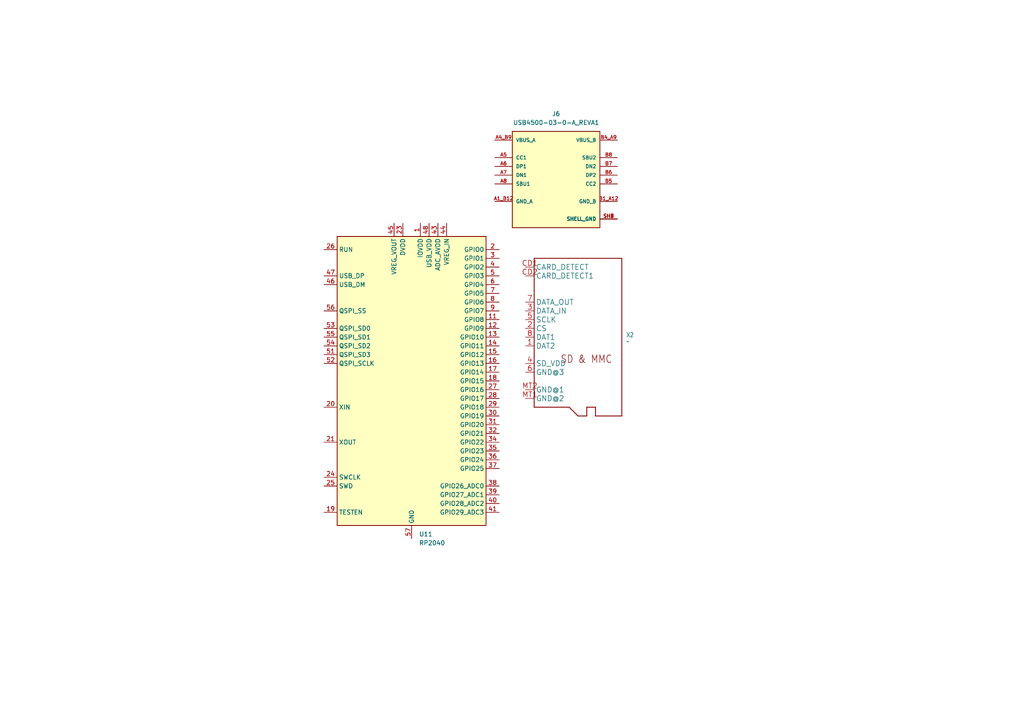
<source format=kicad_sch>
(kicad_sch (version 20250114) (generator "eeschema") (generator_version "9.0")
  (paper "A4")
  (lib_symbols
    (symbol "Adafruit_microSD:MICROSD"
      (property "Reference" "X" (at -12.7 22.606 0))
      (symbol "MICROSD_1_0"
        (polyline (pts (xy -12.7 20.32) (xy -12.7 -22.86)) (stroke (width 0.254)))
        (polyline (pts (xy -12.7 -22.86) (xy -2.54 -22.86)) (stroke (width 0.254)))
        (polyline (pts (xy -2.54 -22.86) (xy 0 -25.4)) (stroke (width 0.254)))
        (polyline (pts (xy 0 -25.4) (xy 2.54 -25.4)) (stroke (width 0.254)))
        (polyline (pts (xy 2.54 -22.86) (xy 5.08 -22.86)) (stroke (width 0.254)))
        (polyline (pts (xy 2.54 -25.4) (xy 2.54 -22.86)) (stroke (width 0.254)))
        (polyline (pts (xy 5.08 -22.86) (xy 5.08 -25.4)) (stroke (width 0.254)))
        (polyline (pts (xy 5.08 -25.4) (xy 12.7 -25.4)) (stroke (width 0.254)))
        (polyline (pts (xy 12.7 20.32) (xy -12.7 20.32)) (stroke (width 0.254)))
        (polyline (pts (xy 12.7 -25.4) (xy 12.7 20.32)) (stroke (width 0.254)))
        (text "SD & MMC" (at -5.08 -10.16 0) (effects (font (size 2.1844 1.8567)) (justify left bottom)))
        (pin passive line (at -15.24 17.78 0) (length 2.54) (name "CARD_DETECT") (number "CD1"))
        (pin passive line (at -15.24 15.24 0) (length 2.54) (name "CARD_DETECT1") (number "CD2"))
        (pin output line (at -15.24 7.62 0) (length 2.54) (name "DATA_OUT") (number "7"))
        (pin input line (at -15.24 5.08 0) (length 2.54) (name "DATA_IN") (number "3"))
        (pin input line (at -15.24 2.54 0) (length 2.54) (name "SCLK") (number "5"))
        (pin input line (at -15.24 0 0) (length 2.54) (name "CS") (number "2"))
        (pin bidirectional line (at -15.24 -2.54 0) (length 2.54) (name "DAT1") (number "8"))
        (pin bidirectional line (at -15.24 -5.08 0) (length 2.54) (name "DAT2") (number "1"))
        (pin power_in line (at -15.24 -10.16 0) (length 2.54) (name "SD_VDD") (number "4"))
        (pin power_in line (at -15.24 -12.7 0) (length 2.54) (name "GND@3") (number "6"))
        (pin power_in line (at -15.24 -17.78 0) (length 2.54) (name "GND@1") (number "MT2"))
        (pin power_in line (at -15.24 -20.32 0) (length 2.54) (name "GND@2") (number "MT1"))
      )
    )
    (symbol "MCU_RaspberryPi:RP2040"
      (property "Reference" "U3" (at 2.1433 -44.45 0))
      (property "Value" "RP2040" (at 2.1433 -46.99 0))
      (symbol "RP2040_0_1"
        (rectangle (start -21.59 41.91) (end 21.59 -41.91) (stroke (width 0.254)) (fill (type background)))
      )
      (symbol "RP2040_1_1"
        (pin input line (at -25.4 38.1 0) (length 3.81) (name "RUN") (number "26"))
        (pin bidirectional line (at -25.4 30.48 0) (length 3.81) (name "USB_DP") (number "47"))
        (pin bidirectional line (at -25.4 27.94 0) (length 3.81) (name "USB_DM") (number "46"))
        (pin bidirectional line (at -25.4 20.32 0) (length 3.81) (name "QSPI_SS") (number "56"))
        (pin bidirectional line (at -25.4 15.24 0) (length 3.81) (name "QSPI_SD0") (number "53"))
        (pin bidirectional line (at -25.4 12.7 0) (length 3.81) (name "QSPI_SD1") (number "55"))
        (pin bidirectional line (at -25.4 10.16 0) (length 3.81) (name "QSPI_SD2") (number "54"))
        (pin bidirectional line (at -25.4 7.62 0) (length 3.81) (name "QSPI_SD3") (number "51"))
        (pin output line (at -25.4 5.08 0) (length 3.81) (name "QSPI_SCLK") (number "52"))
        (pin input line (at -25.4 -7.62 0) (length 3.81) (name "XIN") (number "20"))
        (pin passive line (at -25.4 -17.78 0) (length 3.81) (name "XOUT") (number "21"))
        (pin input line (at -25.4 -27.94 0) (length 3.81) (name "SWCLK") (number "24"))
        (pin bidirectional line (at -25.4 -30.48 0) (length 3.81) (name "SWD") (number "25"))
        (pin input line (at -25.4 -38.1 0) (length 3.81) (name "TESTEN") (number "19"))
        (pin power_out line (at -5.08 45.72 270) (length 3.81) (name "VREG_VOUT") (number "45"))
        (pin power_in line (at -2.54 45.72 270) (length 3.81) (name "DVDD") (number "23"))
        (pin passive line (at -2.54 45.72 270) (length 3.81) (hide yes) (name "DVDD") (number "50"))
        (pin power_in line (at 0 -45.72 90) (length 3.81) (name "GND") (number "57"))
        (pin power_in line (at 2.54 45.72 270) (length 3.81) (name "IOVDD") (number "1"))
        (pin passive line (at 2.54 45.72 270) (length 3.81) (hide yes) (name "IOVDD") (number "10"))
        (pin passive line (at 2.54 45.72 270) (length 3.81) (hide yes) (name "IOVDD") (number "22"))
        (pin passive line (at 2.54 45.72 270) (length 3.81) (hide yes) (name "IOVDD") (number "33"))
        (pin passive line (at 2.54 45.72 270) (length 3.81) (hide yes) (name "IOVDD") (number "42"))
        (pin passive line (at 2.54 45.72 270) (length 3.81) (hide yes) (name "IOVDD") (number "49"))
        (pin power_in line (at 5.08 45.72 270) (length 3.81) (name "USB_VDD") (number "48"))
        (pin power_in line (at 7.62 45.72 270) (length 3.81) (name "ADC_AVDD") (number "43"))
        (pin power_in line (at 10.16 45.72 270) (length 3.81) (name "VREG_IN") (number "44"))
        (pin bidirectional line (at 25.4 38.1 180) (length 3.81) (name "GPIO0") (number "2"))
        (pin bidirectional line (at 25.4 35.56 180) (length 3.81) (name "GPIO1") (number "3"))
        (pin bidirectional line (at 25.4 33.02 180) (length 3.81) (name "GPIO2") (number "4"))
        (pin bidirectional line (at 25.4 30.48 180) (length 3.81) (name "GPIO3") (number "5"))
        (pin bidirectional line (at 25.4 27.94 180) (length 3.81) (name "GPIO4") (number "6"))
        (pin bidirectional line (at 25.4 25.4 180) (length 3.81) (name "GPIO5") (number "7"))
        (pin bidirectional line (at 25.4 22.86 180) (length 3.81) (name "GPIO6") (number "8"))
        (pin bidirectional line (at 25.4 20.32 180) (length 3.81) (name "GPIO7") (number "9"))
        (pin bidirectional line (at 25.4 17.78 180) (length 3.81) (name "GPIO8") (number "11"))
        (pin bidirectional line (at 25.4 15.24 180) (length 3.81) (name "GPIO9") (number "12"))
        (pin bidirectional line (at 25.4 12.7 180) (length 3.81) (name "GPIO10") (number "13"))
        (pin bidirectional line (at 25.4 10.16 180) (length 3.81) (name "GPIO11") (number "14"))
        (pin bidirectional line (at 25.4 7.62 180) (length 3.81) (name "GPIO12") (number "15"))
        (pin bidirectional line (at 25.4 5.08 180) (length 3.81) (name "GPIO13") (number "16"))
        (pin bidirectional line (at 25.4 2.54 180) (length 3.81) (name "GPIO14") (number "17"))
        (pin bidirectional line (at 25.4 0 180) (length 3.81) (name "GPIO15") (number "18"))
        (pin bidirectional line (at 25.4 -2.54 180) (length 3.81) (name "GPIO16") (number "27"))
        (pin bidirectional line (at 25.4 -5.08 180) (length 3.81) (name "GPIO17") (number "28"))
        (pin bidirectional line (at 25.4 -7.62 180) (length 3.81) (name "GPIO18") (number "29"))
        (pin bidirectional line (at 25.4 -10.16 180) (length 3.81) (name "GPIO19") (number "30"))
        (pin bidirectional line (at 25.4 -12.7 180) (length 3.81) (name "GPIO20") (number "31"))
        (pin bidirectional line (at 25.4 -15.24 180) (length 3.81) (name "GPIO21") (number "32"))
        (pin bidirectional line (at 25.4 -17.78 180) (length 3.81) (name "GPIO22") (number "34"))
        (pin bidirectional line (at 25.4 -20.32 180) (length 3.81) (name "GPIO23") (number "35"))
        (pin bidirectional line (at 25.4 -22.86 180) (length 3.81) (name "GPIO24") (number "36"))
        (pin bidirectional line (at 25.4 -25.4 180) (length 3.81) (name "GPIO25") (number "37"))
        (pin bidirectional line (at 25.4 -30.48 180) (length 3.81) (name "GPIO26_ADC0") (number "38"))
        (pin bidirectional line (at 25.4 -33.02 180) (length 3.81) (name "GPIO27_ADC1") (number "39"))
        (pin bidirectional line (at 25.4 -35.56 180) (length 3.81) (name "GPIO28_ADC2") (number "40"))
        (pin bidirectional line (at 25.4 -38.1 180) (length 3.81) (name "GPIO29_ADC3") (number "41"))
      )
    )
    (symbol "USB-C-2.0-24P(16+8):USB4500-03-0-A_REVA1" (pin_names (offset 1.016))
      (property "Reference" "J" (at -12.7 16.002 0))
      (property "Value" "USB4500-03-0-A_REVA1" (at -12.7 -13.462 0))
      (symbol "USB4500-03-0-A_REVA1_0_0"
        (rectangle (start -12.7 -12.7) (end 12.7 15.24) (stroke (width 0.254)) (fill (type background)))
        (pin power_in line (at -17.78 12.7 0) (length 5.08) (name "VBUS_A") (number "A4_B9"))
        (pin bidirectional line (at -17.78 7.62 0) (length 5.08) (name "CC1") (number "A5"))
        (pin bidirectional line (at -17.78 5.08 0) (length 5.08) (name "DP1") (number "A6"))
        (pin bidirectional line (at -17.78 2.54 0) (length 5.08) (name "DN1") (number "A7"))
        (pin bidirectional line (at -17.78 0 0) (length 5.08) (name "SBU1") (number "A8"))
        (pin power_in line (at -17.78 -5.08 0) (length 5.08) (name "GND_A") (number "A1_B12"))
        (pin power_in line (at 17.78 12.7 180) (length 5.08) (name "VBUS_B") (number "B4_A9"))
        (pin bidirectional line (at 17.78 7.62 180) (length 5.08) (name "SBU2") (number "B8"))
        (pin bidirectional line (at 17.78 5.08 180) (length 5.08) (name "DN2") (number "B7"))
        (pin bidirectional line (at 17.78 2.54 180) (length 5.08) (name "DP2") (number "B6"))
        (pin bidirectional line (at 17.78 0 180) (length 5.08) (name "CC2") (number "B5"))
        (pin power_in line (at 17.78 -5.08 180) (length 5.08) (name "GND_B") (number "B1_A12"))
        (pin power_in line (at 17.78 -10.16 180) (length 5.08) (name "SHELL_GND") (number "SH1"))
        (pin power_in line (at 17.78 -10.16 180) (length 5.08) (name "SHELL_GND") (number "SH2"))
        (pin power_in line (at 17.78 -10.16 180) (length 5.08) (name "SHELL_GND") (number "SH3"))
        (pin power_in line (at 17.78 -10.16 180) (length 5.08) (name "SHELL_GND") (number "SH4"))
      )
    )
  )
  (symbol (lib_id "Adafruit_microSD:MICROSD") (at 167.64 95.25 0) (unit 1)
    (property "Reference" "X2" (at 181.61 97.1549 0) (effects (font (size 1.27 1.0795)) (justify left)))
    (property "Value" "~" (at 181.61 99.06 0) (effects (font (size 1.27 1.0795)) (justify left)))
    (property "Footprint" "Adafruit SDIO microSD:MICROSD" (effects (hide yes)))
    (property "Description" "MicroSD/Transflash Card Holder with SPI pinout\n\n3M: 2908-05WB-MG4UConnector: 19656\n\nFootprint courtesy: Adafruit Industries" (effects (hide yes)))
  )
  (symbol (lib_id "USB-C-2.0-24P(16+8):USB4500-03-0-A_REVA1") (at 161.29 53.34 0) (unit 1)
    (property "Reference" "J6" (at 161.29 33.02 0))
    (property "Value" "USB4500-03-0-A_REVA1" (at 161.29 35.56 0))
    (property "Footprint" "USB4500-03-0-A_REVA1:GCT_USB4500-03-0-A_REVA1" (effects (hide yes)))
    (property "MF" "Global Connector Technology" (effects (hide yes)))
    (property "MAXIMUM_PACKAGE_HEIGHT" "2.36 mm" (effects (hide yes)))
    (property "Package" "None" (effects (hide yes)))
    (property "Price" "None" (effects (hide yes)))
    (property "Check_prices" "https://www.snapeda.com/parts/USB4500-03-0-A/Global+Connector+Technology/view-part/?ref=eda" (effects (hide yes)))
    (property "STANDARD" "Manufacturer Recommendations" (effects (hide yes)))
    (property "PARTREV" "A1" (effects (hide yes)))
    (property "SnapEDA_Link" "https://www.snapeda.com/parts/USB4500-03-0-A/Global+Connector+Technology/view-part/?ref=snap" (effects (hide yes)))
    (property "MP" "USB4500-03-0-A" (effects (hide yes)))
    (property "Description_1" "USB-C (USB TYPE-C) USB 2.0 Receptacle Connector 24 (16+8 Dummy) Position Board Edge, Cutout; Surface Mount; Through Hole, Right Angle" (effects (hide yes)))
    (property "MANUFACTURER" "Global Connector Technology" (effects (hide yes)))
    (property "Availability" "In Stock" (effects (hide yes)))
    (property "SNAPEDA_PN" "USB4500-03-0-A" (effects (hide yes)))
  )
  (symbol (lib_id "MCU_RaspberryPi:RP2040") (at 119.38 110.49 0) (unit 1)
    (property "Reference" "U11" (at 121.5233 154.94 0) (effects (justify left)))
    (property "Value" "RP2040" (at 121.5233 157.48 0) (effects (justify left)))
    (property "Footprint" "Package_DFN_QFN:QFN-56-1EP_7x7mm_P0.4mm_EP3.2x3.2mm" (effects (hide yes)))
    (property "Datasheet" "https://datasheets.raspberrypi.com/rp2040/rp2040-datasheet.pdf" (effects (hide yes)))
    (property "Description" "A microcontroller by Raspberry Pi" (effects (hide yes)))
  )
)
</source>
